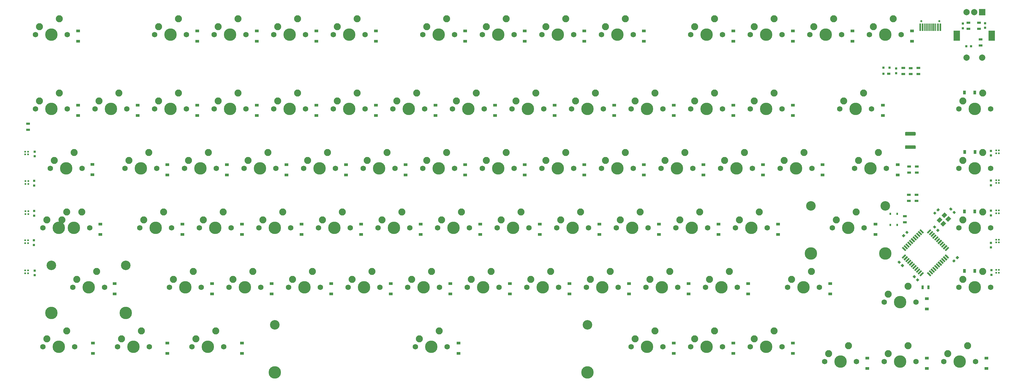
<source format=gbs>
G04 #@! TF.GenerationSoftware,KiCad,Pcbnew,(5.1.4)-1*
G04 #@! TF.CreationDate,2020-09-19T16:07:07+10:00*
G04 #@! TF.ProjectId,keyboard-10,6b657962-6f61-4726-942d-31302e6b6963,rev?*
G04 #@! TF.SameCoordinates,Original*
G04 #@! TF.FileFunction,Soldermask,Bot*
G04 #@! TF.FilePolarity,Negative*
%FSLAX46Y46*%
G04 Gerber Fmt 4.6, Leading zero omitted, Abs format (unit mm)*
G04 Created by KiCad (PCBNEW (5.1.4)-1) date 2020-09-19 16:07:07*
%MOMM*%
%LPD*%
G04 APERTURE LIST*
%ADD10R,0.500000X0.500000*%
%ADD11C,2.250000*%
%ADD12C,3.987800*%
%ADD13C,1.750000*%
%ADD14R,1.300000X0.700000*%
%ADD15R,0.750000X0.800000*%
%ADD16R,2.000000X2.000000*%
%ADD17C,2.000000*%
%ADD18R,2.000000X3.200000*%
%ADD19R,0.700000X1.300000*%
%ADD20R,0.800000X0.750000*%
%ADD21C,0.750000*%
%ADD22C,0.100000*%
%ADD23C,3.048000*%
%ADD24R,0.500000X0.700000*%
%ADD25C,0.650000*%
%ADD26R,0.300000X2.450000*%
%ADD27R,0.600000X2.450000*%
%ADD28C,1.200000*%
%ADD29R,0.700000X0.800000*%
%ADD30R,1.100000X0.800000*%
%ADD31C,0.550000*%
%ADD32C,1.125000*%
%ADD33R,1.200000X0.900000*%
%ADD34R,0.900000X1.200000*%
G04 APERTURE END LIST*
D10*
X439547000Y-176207000D03*
X439547000Y-177107000D03*
X438647000Y-177107000D03*
X438647000Y-176207000D03*
X439547000Y-166497000D03*
X439547000Y-167397000D03*
X438647000Y-167397000D03*
X438647000Y-166497000D03*
X439547000Y-157157000D03*
X439547000Y-158057000D03*
X438647000Y-158057000D03*
X438647000Y-157157000D03*
X438647000Y-147447000D03*
X438647000Y-148347000D03*
X439547000Y-148347000D03*
X439547000Y-147447000D03*
X439547000Y-137911000D03*
X439547000Y-138811000D03*
X438647000Y-138811000D03*
X438647000Y-137911000D03*
X129043000Y-176392000D03*
X129043000Y-177292000D03*
X128143000Y-177292000D03*
X128143000Y-176392000D03*
X129043000Y-166740000D03*
X129043000Y-167640000D03*
X128143000Y-167640000D03*
X128143000Y-166740000D03*
X129101000Y-157411000D03*
X129101000Y-158311000D03*
X128201000Y-158311000D03*
X128201000Y-157411000D03*
X129101000Y-147759000D03*
X129101000Y-148659000D03*
X128201000Y-148659000D03*
X128201000Y-147759000D03*
X129032000Y-138303000D03*
X129032000Y-139203000D03*
X128132000Y-139203000D03*
X128132000Y-138303000D03*
D11*
X146208750Y-157638750D03*
D12*
X143668750Y-162718750D03*
D11*
X139858750Y-160178750D03*
D13*
X138588750Y-162718750D03*
X148748750Y-162718750D03*
D11*
X141446250Y-157638750D03*
D12*
X138906250Y-162718750D03*
D11*
X135096250Y-160178750D03*
D13*
X133826250Y-162718750D03*
X143986250Y-162718750D03*
D14*
X429768000Y-97028000D03*
X429768000Y-98928000D03*
X433197000Y-97028000D03*
X433197000Y-98928000D03*
D15*
X427990000Y-97282000D03*
X427990000Y-98782000D03*
X435102000Y-97167000D03*
X435102000Y-98667000D03*
D16*
X434181250Y-93662500D03*
D17*
X431681250Y-93662500D03*
X429181250Y-93662500D03*
D18*
X437281250Y-101162500D03*
X426081250Y-101162500D03*
D17*
X434181250Y-108162500D03*
X429181250Y-108162500D03*
D14*
X433705000Y-104267000D03*
X433705000Y-102367000D03*
D19*
X415131250Y-181768750D03*
X417031250Y-181768750D03*
D14*
X408940000Y-111535500D03*
X408940000Y-113435500D03*
X129032000Y-131288500D03*
X129032000Y-129388500D03*
X413766000Y-111535500D03*
X413766000Y-113435500D03*
X411353000Y-111572000D03*
X411353000Y-113472000D03*
X413258000Y-145004500D03*
X413258000Y-143104500D03*
X410845000Y-145004500D03*
X410845000Y-143104500D03*
X413227184Y-154075500D03*
X413227184Y-152175500D03*
X410718000Y-154075500D03*
X410718000Y-152175500D03*
X409448000Y-160933500D03*
X409448000Y-159033500D03*
D11*
X139065000Y-95726250D03*
D12*
X136525000Y-100806250D03*
D11*
X132715000Y-98266250D03*
D13*
X131445000Y-100806250D03*
X141605000Y-100806250D03*
D20*
X429157000Y-104521000D03*
X430657000Y-104521000D03*
D21*
X426243750Y-172243750D03*
D22*
G36*
X426261428Y-171695742D02*
G01*
X426791758Y-172226072D01*
X426226072Y-172791758D01*
X425695742Y-172261428D01*
X426261428Y-171695742D01*
X426261428Y-171695742D01*
G37*
D21*
X425183090Y-173304410D03*
D22*
G36*
X425200768Y-172756402D02*
G01*
X425731098Y-173286732D01*
X425165412Y-173852418D01*
X424635082Y-173322088D01*
X425200768Y-172756402D01*
X425200768Y-172756402D01*
G37*
D21*
X418973000Y-162433000D03*
D22*
G36*
X418424992Y-162415322D02*
G01*
X418955322Y-161884992D01*
X419521008Y-162450678D01*
X418990678Y-162981008D01*
X418424992Y-162415322D01*
X418424992Y-162415322D01*
G37*
D21*
X420033660Y-163493660D03*
D22*
G36*
X419485652Y-163475982D02*
G01*
X420015982Y-162945652D01*
X420581668Y-163511338D01*
X420051338Y-164041668D01*
X419485652Y-163475982D01*
X419485652Y-163475982D01*
G37*
D21*
X413543750Y-179387500D03*
D22*
G36*
X414091758Y-179405178D02*
G01*
X413561428Y-179935508D01*
X412995742Y-179369822D01*
X413526072Y-178839492D01*
X414091758Y-179405178D01*
X414091758Y-179405178D01*
G37*
D21*
X412483090Y-178326840D03*
D22*
G36*
X413031098Y-178344518D02*
G01*
X412500768Y-178874848D01*
X411935082Y-178309162D01*
X412465412Y-177778832D01*
X413031098Y-178344518D01*
X413031098Y-178344518D01*
G37*
D21*
X407647670Y-173713670D03*
D22*
G36*
X407099662Y-173695992D02*
G01*
X407629992Y-173165662D01*
X408195678Y-173731348D01*
X407665348Y-174261678D01*
X407099662Y-173695992D01*
X407099662Y-173695992D01*
G37*
D21*
X408708330Y-174774330D03*
D22*
G36*
X408160322Y-174756652D02*
G01*
X408690652Y-174226322D01*
X409256338Y-174792008D01*
X408726008Y-175322338D01*
X408160322Y-174756652D01*
X408160322Y-174756652D01*
G37*
D15*
X437134000Y-176276000D03*
X437134000Y-177776000D03*
X437007000Y-167513000D03*
X437007000Y-169013000D03*
X437007000Y-157226000D03*
X437007000Y-158726000D03*
X437007000Y-147574000D03*
X437007000Y-149074000D03*
X437007000Y-138049000D03*
X437007000Y-139549000D03*
X131191000Y-176415000D03*
X131191000Y-177915000D03*
X130937000Y-166731250D03*
X130937000Y-168231250D03*
X130968750Y-157333250D03*
X130968750Y-158833250D03*
X131000500Y-147681250D03*
X131000500Y-149181250D03*
X131191000Y-138303000D03*
X131191000Y-139803000D03*
X406654000Y-111693500D03*
X406654000Y-113193500D03*
D21*
X410133243Y-164160757D03*
D22*
G36*
X410150921Y-163612749D02*
G01*
X410681251Y-164143079D01*
X410115565Y-164708765D01*
X409585235Y-164178435D01*
X410150921Y-163612749D01*
X410150921Y-163612749D01*
G37*
D21*
X409072583Y-165221417D03*
D22*
G36*
X409090261Y-164673409D02*
G01*
X409620591Y-165203739D01*
X409054905Y-165769425D01*
X408524575Y-165239095D01*
X409090261Y-164673409D01*
X409090261Y-164673409D01*
G37*
D21*
X419040732Y-157999950D03*
D22*
G36*
X419023054Y-158547958D02*
G01*
X418492724Y-158017628D01*
X419058410Y-157451942D01*
X419588740Y-157982272D01*
X419023054Y-158547958D01*
X419023054Y-158547958D01*
G37*
D21*
X420101392Y-156939290D03*
D22*
G36*
X420083714Y-157487298D02*
G01*
X419553384Y-156956968D01*
X420119070Y-156391282D01*
X420649400Y-156921612D01*
X420083714Y-157487298D01*
X420083714Y-157487298D01*
G37*
D21*
X425237217Y-157755235D03*
D22*
G36*
X425785225Y-157772913D02*
G01*
X425254895Y-158303243D01*
X424689209Y-157737557D01*
X425219539Y-157207227D01*
X425785225Y-157772913D01*
X425785225Y-157772913D01*
G37*
D21*
X424176557Y-156694575D03*
D22*
G36*
X424724565Y-156712253D02*
G01*
X424194235Y-157242583D01*
X423628549Y-156676897D01*
X424158879Y-156146567D01*
X424724565Y-156712253D01*
X424724565Y-156712253D01*
G37*
D11*
X410527500Y-181451250D03*
D12*
X407987500Y-186531250D03*
D11*
X404177500Y-183991250D03*
D13*
X402907500Y-186531250D03*
X413067500Y-186531250D03*
D11*
X379571250Y-176688750D03*
D12*
X377031250Y-181768750D03*
D11*
X373221250Y-179228750D03*
D13*
X371951250Y-181768750D03*
X382111250Y-181768750D03*
D11*
X358140000Y-138588750D03*
D12*
X355600000Y-143668750D03*
D11*
X351790000Y-141128750D03*
D13*
X350520000Y-143668750D03*
X360680000Y-143668750D03*
D11*
X377190000Y-138588750D03*
D12*
X374650000Y-143668750D03*
D11*
X370840000Y-141128750D03*
D13*
X369570000Y-143668750D03*
X379730000Y-143668750D03*
D11*
X172402500Y-157638750D03*
D12*
X169862500Y-162718750D03*
D11*
X166052500Y-160178750D03*
D13*
X164782500Y-162718750D03*
X174942500Y-162718750D03*
D11*
X272415000Y-119538750D03*
D12*
X269875000Y-124618750D03*
D11*
X266065000Y-122078750D03*
D13*
X264795000Y-124618750D03*
X274955000Y-124618750D03*
D11*
X429577500Y-200501250D03*
D12*
X427037500Y-205581250D03*
D11*
X423227500Y-203041250D03*
D13*
X421957500Y-205581250D03*
X432117500Y-205581250D03*
D11*
X410527500Y-200501250D03*
D12*
X407987500Y-205581250D03*
D11*
X404177500Y-203041250D03*
D13*
X402907500Y-205581250D03*
X413067500Y-205581250D03*
D11*
X391477500Y-200501250D03*
D12*
X388937500Y-205581250D03*
D11*
X385127500Y-203041250D03*
D13*
X383857500Y-205581250D03*
X394017500Y-205581250D03*
D11*
X367665000Y-195738750D03*
D12*
X365125000Y-200818750D03*
D11*
X361315000Y-198278750D03*
D13*
X360045000Y-200818750D03*
X370205000Y-200818750D03*
D11*
X348615000Y-195738750D03*
D12*
X346075000Y-200818750D03*
D11*
X342265000Y-198278750D03*
D13*
X340995000Y-200818750D03*
X351155000Y-200818750D03*
D11*
X329565000Y-195738750D03*
D12*
X327025000Y-200818750D03*
D11*
X323215000Y-198278750D03*
D13*
X321945000Y-200818750D03*
X332105000Y-200818750D03*
D11*
X260508750Y-195738750D03*
D12*
X257968750Y-200818750D03*
D11*
X254158750Y-198278750D03*
D13*
X252888750Y-200818750D03*
X263048750Y-200818750D03*
D23*
X207968850Y-193833750D03*
X307968650Y-193833750D03*
D12*
X207968850Y-209073750D03*
X307968650Y-209073750D03*
D11*
X189071250Y-195738750D03*
D12*
X186531250Y-200818750D03*
D11*
X182721250Y-198278750D03*
D13*
X181451250Y-200818750D03*
X191611250Y-200818750D03*
D11*
X165258750Y-195738750D03*
D12*
X162718750Y-200818750D03*
D11*
X158908750Y-198278750D03*
D13*
X157638750Y-200818750D03*
X167798750Y-200818750D03*
D11*
X141446250Y-195738750D03*
D12*
X138906250Y-200818750D03*
D11*
X135096250Y-198278750D03*
D13*
X133826250Y-200818750D03*
X143986250Y-200818750D03*
D11*
X434340000Y-176688750D03*
D12*
X431800000Y-181768750D03*
D11*
X427990000Y-179228750D03*
D13*
X426720000Y-181768750D03*
X436880000Y-181768750D03*
D11*
X353377500Y-176688750D03*
D12*
X350837500Y-181768750D03*
D11*
X347027500Y-179228750D03*
D13*
X345757500Y-181768750D03*
X355917500Y-181768750D03*
D11*
X334327500Y-176688750D03*
D12*
X331787500Y-181768750D03*
D11*
X327977500Y-179228750D03*
D13*
X326707500Y-181768750D03*
X336867500Y-181768750D03*
D11*
X315277500Y-176688750D03*
D12*
X312737500Y-181768750D03*
D11*
X308927500Y-179228750D03*
D13*
X307657500Y-181768750D03*
X317817500Y-181768750D03*
D11*
X296227500Y-176688750D03*
D12*
X293687500Y-181768750D03*
D11*
X289877500Y-179228750D03*
D13*
X288607500Y-181768750D03*
X298767500Y-181768750D03*
D11*
X277177500Y-176688750D03*
D12*
X274637500Y-181768750D03*
D11*
X270827500Y-179228750D03*
D13*
X269557500Y-181768750D03*
X279717500Y-181768750D03*
D11*
X258127500Y-176688750D03*
D12*
X255587500Y-181768750D03*
D11*
X251777500Y-179228750D03*
D13*
X250507500Y-181768750D03*
X260667500Y-181768750D03*
D11*
X239077500Y-176688750D03*
D12*
X236537500Y-181768750D03*
D11*
X232727500Y-179228750D03*
D13*
X231457500Y-181768750D03*
X241617500Y-181768750D03*
D11*
X220027500Y-176688750D03*
D12*
X217487500Y-181768750D03*
D11*
X213677500Y-179228750D03*
D13*
X212407500Y-181768750D03*
X222567500Y-181768750D03*
D11*
X200977500Y-176688750D03*
D12*
X198437500Y-181768750D03*
D11*
X194627500Y-179228750D03*
D13*
X193357500Y-181768750D03*
X203517500Y-181768750D03*
D11*
X181927500Y-176688750D03*
D12*
X179387500Y-181768750D03*
D11*
X175577500Y-179228750D03*
D13*
X174307500Y-181768750D03*
X184467500Y-181768750D03*
D11*
X150971250Y-176688750D03*
D12*
X148431250Y-181768750D03*
D11*
X144621250Y-179228750D03*
D13*
X143351250Y-181768750D03*
X153511250Y-181768750D03*
D23*
X136525000Y-174783750D03*
X160337500Y-174783750D03*
D12*
X136525000Y-190023750D03*
X160337500Y-190023750D03*
D11*
X434340000Y-157638750D03*
D12*
X431800000Y-162718750D03*
D11*
X427990000Y-160178750D03*
D13*
X426720000Y-162718750D03*
X436880000Y-162718750D03*
D11*
X393858750Y-157638750D03*
D12*
X391318750Y-162718750D03*
D11*
X387508750Y-160178750D03*
D13*
X386238750Y-162718750D03*
X396398750Y-162718750D03*
D23*
X379412500Y-155733750D03*
X403225000Y-155733750D03*
D12*
X379412500Y-170973750D03*
X403225000Y-170973750D03*
D11*
X362902500Y-157638750D03*
D12*
X360362500Y-162718750D03*
D11*
X356552500Y-160178750D03*
D13*
X355282500Y-162718750D03*
X365442500Y-162718750D03*
D11*
X343852500Y-157638750D03*
D12*
X341312500Y-162718750D03*
D11*
X337502500Y-160178750D03*
D13*
X336232500Y-162718750D03*
X346392500Y-162718750D03*
D11*
X324802500Y-157638750D03*
D12*
X322262500Y-162718750D03*
D11*
X318452500Y-160178750D03*
D13*
X317182500Y-162718750D03*
X327342500Y-162718750D03*
D11*
X305752500Y-157638750D03*
D12*
X303212500Y-162718750D03*
D11*
X299402500Y-160178750D03*
D13*
X298132500Y-162718750D03*
X308292500Y-162718750D03*
D11*
X286702500Y-157638750D03*
D12*
X284162500Y-162718750D03*
D11*
X280352500Y-160178750D03*
D13*
X279082500Y-162718750D03*
X289242500Y-162718750D03*
D11*
X267652500Y-157638750D03*
D12*
X265112500Y-162718750D03*
D11*
X261302500Y-160178750D03*
D13*
X260032500Y-162718750D03*
X270192500Y-162718750D03*
D11*
X248602500Y-157638750D03*
D12*
X246062500Y-162718750D03*
D11*
X242252500Y-160178750D03*
D13*
X240982500Y-162718750D03*
X251142500Y-162718750D03*
D11*
X229552500Y-157638750D03*
D12*
X227012500Y-162718750D03*
D11*
X223202500Y-160178750D03*
D13*
X221932500Y-162718750D03*
X232092500Y-162718750D03*
D11*
X210502500Y-157638750D03*
D12*
X207962500Y-162718750D03*
D11*
X204152500Y-160178750D03*
D13*
X202882500Y-162718750D03*
X213042500Y-162718750D03*
D11*
X191452500Y-157638750D03*
D12*
X188912500Y-162718750D03*
D11*
X185102500Y-160178750D03*
D13*
X183832500Y-162718750D03*
X193992500Y-162718750D03*
D11*
X434340000Y-138588750D03*
D12*
X431800000Y-143668750D03*
D11*
X427990000Y-141128750D03*
D13*
X426720000Y-143668750D03*
X436880000Y-143668750D03*
D11*
X401002500Y-138588750D03*
D12*
X398462500Y-143668750D03*
D11*
X394652500Y-141128750D03*
D13*
X393382500Y-143668750D03*
X403542500Y-143668750D03*
D11*
X339090000Y-138588750D03*
D12*
X336550000Y-143668750D03*
D11*
X332740000Y-141128750D03*
D13*
X331470000Y-143668750D03*
X341630000Y-143668750D03*
D11*
X320040000Y-138588750D03*
D12*
X317500000Y-143668750D03*
D11*
X313690000Y-141128750D03*
D13*
X312420000Y-143668750D03*
X322580000Y-143668750D03*
D11*
X300990000Y-138588750D03*
D12*
X298450000Y-143668750D03*
D11*
X294640000Y-141128750D03*
D13*
X293370000Y-143668750D03*
X303530000Y-143668750D03*
D11*
X281940000Y-138588750D03*
D12*
X279400000Y-143668750D03*
D11*
X275590000Y-141128750D03*
D13*
X274320000Y-143668750D03*
X284480000Y-143668750D03*
D11*
X262890000Y-138588750D03*
D12*
X260350000Y-143668750D03*
D11*
X256540000Y-141128750D03*
D13*
X255270000Y-143668750D03*
X265430000Y-143668750D03*
D11*
X243840000Y-138588750D03*
D12*
X241300000Y-143668750D03*
D11*
X237490000Y-141128750D03*
D13*
X236220000Y-143668750D03*
X246380000Y-143668750D03*
D11*
X224790000Y-138588750D03*
D12*
X222250000Y-143668750D03*
D11*
X218440000Y-141128750D03*
D13*
X217170000Y-143668750D03*
X227330000Y-143668750D03*
D11*
X205740000Y-138588750D03*
D12*
X203200000Y-143668750D03*
D11*
X199390000Y-141128750D03*
D13*
X198120000Y-143668750D03*
X208280000Y-143668750D03*
D11*
X186690000Y-138588750D03*
D12*
X184150000Y-143668750D03*
D11*
X180340000Y-141128750D03*
D13*
X179070000Y-143668750D03*
X189230000Y-143668750D03*
D11*
X167640000Y-138588750D03*
D12*
X165100000Y-143668750D03*
D11*
X161290000Y-141128750D03*
D13*
X160020000Y-143668750D03*
X170180000Y-143668750D03*
D11*
X143827500Y-138588750D03*
D12*
X141287500Y-143668750D03*
D11*
X137477500Y-141128750D03*
D13*
X136207500Y-143668750D03*
X146367500Y-143668750D03*
D11*
X434340000Y-119538750D03*
D12*
X431800000Y-124618750D03*
D11*
X427990000Y-122078750D03*
D13*
X426720000Y-124618750D03*
X436880000Y-124618750D03*
D11*
X396240000Y-119538750D03*
D12*
X393700000Y-124618750D03*
D11*
X389890000Y-122078750D03*
D13*
X388620000Y-124618750D03*
X398780000Y-124618750D03*
D11*
X367665000Y-119538750D03*
D12*
X365125000Y-124618750D03*
D11*
X361315000Y-122078750D03*
D13*
X360045000Y-124618750D03*
X370205000Y-124618750D03*
D11*
X348615000Y-119538750D03*
D12*
X346075000Y-124618750D03*
D11*
X342265000Y-122078750D03*
D13*
X340995000Y-124618750D03*
X351155000Y-124618750D03*
D11*
X329565000Y-119538750D03*
D12*
X327025000Y-124618750D03*
D11*
X323215000Y-122078750D03*
D13*
X321945000Y-124618750D03*
X332105000Y-124618750D03*
D11*
X310515000Y-119538750D03*
D12*
X307975000Y-124618750D03*
D11*
X304165000Y-122078750D03*
D13*
X302895000Y-124618750D03*
X313055000Y-124618750D03*
D11*
X291465000Y-119538750D03*
D12*
X288925000Y-124618750D03*
D11*
X285115000Y-122078750D03*
D13*
X283845000Y-124618750D03*
X294005000Y-124618750D03*
D11*
X253365000Y-119538750D03*
D12*
X250825000Y-124618750D03*
D11*
X247015000Y-122078750D03*
D13*
X245745000Y-124618750D03*
X255905000Y-124618750D03*
D11*
X234315000Y-119538750D03*
D12*
X231775000Y-124618750D03*
D11*
X227965000Y-122078750D03*
D13*
X226695000Y-124618750D03*
X236855000Y-124618750D03*
D11*
X215265000Y-119538750D03*
D12*
X212725000Y-124618750D03*
D11*
X208915000Y-122078750D03*
D13*
X207645000Y-124618750D03*
X217805000Y-124618750D03*
D11*
X196215000Y-119538750D03*
D12*
X193675000Y-124618750D03*
D11*
X189865000Y-122078750D03*
D13*
X188595000Y-124618750D03*
X198755000Y-124618750D03*
D11*
X177165000Y-119538750D03*
D12*
X174625000Y-124618750D03*
D11*
X170815000Y-122078750D03*
D13*
X169545000Y-124618750D03*
X179705000Y-124618750D03*
D11*
X158115000Y-119538750D03*
D12*
X155575000Y-124618750D03*
D11*
X151765000Y-122078750D03*
D13*
X150495000Y-124618750D03*
X160655000Y-124618750D03*
D11*
X139065000Y-119538750D03*
D12*
X136525000Y-124618750D03*
D11*
X132715000Y-122078750D03*
D13*
X131445000Y-124618750D03*
X141605000Y-124618750D03*
D11*
X405765000Y-95726250D03*
D12*
X403225000Y-100806250D03*
D11*
X399415000Y-98266250D03*
D13*
X398145000Y-100806250D03*
X408305000Y-100806250D03*
D11*
X386715000Y-95726250D03*
D12*
X384175000Y-100806250D03*
D11*
X380365000Y-98266250D03*
D13*
X379095000Y-100806250D03*
X389255000Y-100806250D03*
D11*
X367665000Y-95726250D03*
D12*
X365125000Y-100806250D03*
D11*
X361315000Y-98266250D03*
D13*
X360045000Y-100806250D03*
X370205000Y-100806250D03*
D11*
X348615000Y-95726250D03*
D12*
X346075000Y-100806250D03*
D11*
X342265000Y-98266250D03*
D13*
X340995000Y-100806250D03*
X351155000Y-100806250D03*
D11*
X320040000Y-95726250D03*
D12*
X317500000Y-100806250D03*
D11*
X313690000Y-98266250D03*
D13*
X312420000Y-100806250D03*
X322580000Y-100806250D03*
D11*
X300990000Y-95726250D03*
D12*
X298450000Y-100806250D03*
D11*
X294640000Y-98266250D03*
D13*
X293370000Y-100806250D03*
X303530000Y-100806250D03*
D11*
X281940000Y-95726250D03*
D12*
X279400000Y-100806250D03*
D11*
X275590000Y-98266250D03*
D13*
X274320000Y-100806250D03*
X284480000Y-100806250D03*
D11*
X262890000Y-95726250D03*
D12*
X260350000Y-100806250D03*
D11*
X256540000Y-98266250D03*
D13*
X255270000Y-100806250D03*
X265430000Y-100806250D03*
D11*
X234315000Y-95726250D03*
D12*
X231775000Y-100806250D03*
D11*
X227965000Y-98266250D03*
D13*
X226695000Y-100806250D03*
X236855000Y-100806250D03*
D11*
X215265000Y-95726250D03*
D12*
X212725000Y-100806250D03*
D11*
X208915000Y-98266250D03*
D13*
X207645000Y-100806250D03*
X217805000Y-100806250D03*
D11*
X196215000Y-95726250D03*
D12*
X193675000Y-100806250D03*
D11*
X189865000Y-98266250D03*
D13*
X188595000Y-100806250D03*
X198755000Y-100806250D03*
D11*
X177165000Y-95726250D03*
D12*
X174625000Y-100806250D03*
D11*
X170815000Y-98266250D03*
D13*
X169545000Y-100806250D03*
X179705000Y-100806250D03*
D24*
X406992000Y-161820000D03*
X406992000Y-158220000D03*
X404792000Y-161820000D03*
X404792000Y-158220000D03*
D25*
X414686000Y-96547000D03*
X420466000Y-96547000D03*
D26*
X417326000Y-98492000D03*
X417826000Y-98492000D03*
X418326000Y-98492000D03*
X416826000Y-98492000D03*
X418826000Y-98492000D03*
X416326000Y-98492000D03*
X419326000Y-98492000D03*
X415826000Y-98492000D03*
D27*
X415126000Y-98492000D03*
X420026000Y-98492000D03*
X414351000Y-98492000D03*
X420801000Y-98492000D03*
D28*
X423334488Y-159832008D03*
D22*
G36*
X423405199Y-158912769D02*
G01*
X424253727Y-159761297D01*
X423263777Y-160751247D01*
X422415249Y-159902719D01*
X423405199Y-158912769D01*
X423405199Y-158912769D01*
G37*
D28*
X421778853Y-161387643D03*
D22*
G36*
X421849564Y-160468404D02*
G01*
X422698092Y-161316932D01*
X421708142Y-162306882D01*
X420859614Y-161458354D01*
X421849564Y-160468404D01*
X421849564Y-160468404D01*
G37*
D28*
X420576772Y-160185562D03*
D22*
G36*
X420647483Y-159266323D02*
G01*
X421496011Y-160114851D01*
X420506061Y-161104801D01*
X419657533Y-160256273D01*
X420647483Y-159266323D01*
X420647483Y-159266323D01*
G37*
D28*
X422132407Y-158629927D03*
D22*
G36*
X422203118Y-157710688D02*
G01*
X423051646Y-158559216D01*
X422061696Y-159549166D01*
X421213168Y-158700638D01*
X422203118Y-157710688D01*
X422203118Y-157710688D01*
G37*
D29*
X404544000Y-111379000D03*
X402644000Y-111379000D03*
X402644000Y-113379000D03*
D30*
X404344000Y-113379000D03*
D31*
X409193064Y-171890082D03*
D22*
G36*
X409528940Y-171165298D02*
G01*
X409917848Y-171554206D01*
X408857188Y-172614866D01*
X408468280Y-172225958D01*
X409528940Y-171165298D01*
X409528940Y-171165298D01*
G37*
D31*
X409758750Y-172455767D03*
D22*
G36*
X410094626Y-171730983D02*
G01*
X410483534Y-172119891D01*
X409422874Y-173180551D01*
X409033966Y-172791643D01*
X410094626Y-171730983D01*
X410094626Y-171730983D01*
G37*
D31*
X410324435Y-173021452D03*
D22*
G36*
X410660311Y-172296668D02*
G01*
X411049219Y-172685576D01*
X409988559Y-173746236D01*
X409599651Y-173357328D01*
X410660311Y-172296668D01*
X410660311Y-172296668D01*
G37*
D31*
X410890120Y-173587138D03*
D22*
G36*
X411225996Y-172862354D02*
G01*
X411614904Y-173251262D01*
X410554244Y-174311922D01*
X410165336Y-173923014D01*
X411225996Y-172862354D01*
X411225996Y-172862354D01*
G37*
D31*
X411455806Y-174152823D03*
D22*
G36*
X411791682Y-173428039D02*
G01*
X412180590Y-173816947D01*
X411119930Y-174877607D01*
X410731022Y-174488699D01*
X411791682Y-173428039D01*
X411791682Y-173428039D01*
G37*
D31*
X412021491Y-174718509D03*
D22*
G36*
X412357367Y-173993725D02*
G01*
X412746275Y-174382633D01*
X411685615Y-175443293D01*
X411296707Y-175054385D01*
X412357367Y-173993725D01*
X412357367Y-173993725D01*
G37*
D31*
X412587177Y-175284194D03*
D22*
G36*
X412923053Y-174559410D02*
G01*
X413311961Y-174948318D01*
X412251301Y-176008978D01*
X411862393Y-175620070D01*
X412923053Y-174559410D01*
X412923053Y-174559410D01*
G37*
D31*
X413152862Y-175849880D03*
D22*
G36*
X413488738Y-175125096D02*
G01*
X413877646Y-175514004D01*
X412816986Y-176574664D01*
X412428078Y-176185756D01*
X413488738Y-175125096D01*
X413488738Y-175125096D01*
G37*
D31*
X413718548Y-176415565D03*
D22*
G36*
X414054424Y-175690781D02*
G01*
X414443332Y-176079689D01*
X413382672Y-177140349D01*
X412993764Y-176751441D01*
X414054424Y-175690781D01*
X414054424Y-175690781D01*
G37*
D31*
X414284233Y-176981250D03*
D22*
G36*
X414620109Y-176256466D02*
G01*
X415009017Y-176645374D01*
X413948357Y-177706034D01*
X413559449Y-177317126D01*
X414620109Y-176256466D01*
X414620109Y-176256466D01*
G37*
D31*
X414849918Y-177546936D03*
D22*
G36*
X415185794Y-176822152D02*
G01*
X415574702Y-177211060D01*
X414514042Y-178271720D01*
X414125134Y-177882812D01*
X415185794Y-176822152D01*
X415185794Y-176822152D01*
G37*
D31*
X417254082Y-177546936D03*
D22*
G36*
X416529298Y-177211060D02*
G01*
X416918206Y-176822152D01*
X417978866Y-177882812D01*
X417589958Y-178271720D01*
X416529298Y-177211060D01*
X416529298Y-177211060D01*
G37*
D31*
X417819767Y-176981250D03*
D22*
G36*
X417094983Y-176645374D02*
G01*
X417483891Y-176256466D01*
X418544551Y-177317126D01*
X418155643Y-177706034D01*
X417094983Y-176645374D01*
X417094983Y-176645374D01*
G37*
D31*
X418385452Y-176415565D03*
D22*
G36*
X417660668Y-176079689D02*
G01*
X418049576Y-175690781D01*
X419110236Y-176751441D01*
X418721328Y-177140349D01*
X417660668Y-176079689D01*
X417660668Y-176079689D01*
G37*
D31*
X418951138Y-175849880D03*
D22*
G36*
X418226354Y-175514004D02*
G01*
X418615262Y-175125096D01*
X419675922Y-176185756D01*
X419287014Y-176574664D01*
X418226354Y-175514004D01*
X418226354Y-175514004D01*
G37*
D31*
X419516823Y-175284194D03*
D22*
G36*
X418792039Y-174948318D02*
G01*
X419180947Y-174559410D01*
X420241607Y-175620070D01*
X419852699Y-176008978D01*
X418792039Y-174948318D01*
X418792039Y-174948318D01*
G37*
D31*
X420082509Y-174718509D03*
D22*
G36*
X419357725Y-174382633D02*
G01*
X419746633Y-173993725D01*
X420807293Y-175054385D01*
X420418385Y-175443293D01*
X419357725Y-174382633D01*
X419357725Y-174382633D01*
G37*
D31*
X420648194Y-174152823D03*
D22*
G36*
X419923410Y-173816947D02*
G01*
X420312318Y-173428039D01*
X421372978Y-174488699D01*
X420984070Y-174877607D01*
X419923410Y-173816947D01*
X419923410Y-173816947D01*
G37*
D31*
X421213880Y-173587138D03*
D22*
G36*
X420489096Y-173251262D02*
G01*
X420878004Y-172862354D01*
X421938664Y-173923014D01*
X421549756Y-174311922D01*
X420489096Y-173251262D01*
X420489096Y-173251262D01*
G37*
D31*
X421779565Y-173021452D03*
D22*
G36*
X421054781Y-172685576D02*
G01*
X421443689Y-172296668D01*
X422504349Y-173357328D01*
X422115441Y-173746236D01*
X421054781Y-172685576D01*
X421054781Y-172685576D01*
G37*
D31*
X422345250Y-172455767D03*
D22*
G36*
X421620466Y-172119891D02*
G01*
X422009374Y-171730983D01*
X423070034Y-172791643D01*
X422681126Y-173180551D01*
X421620466Y-172119891D01*
X421620466Y-172119891D01*
G37*
D31*
X422910936Y-171890082D03*
D22*
G36*
X422186152Y-171554206D02*
G01*
X422575060Y-171165298D01*
X423635720Y-172225958D01*
X423246812Y-172614866D01*
X422186152Y-171554206D01*
X422186152Y-171554206D01*
G37*
D31*
X422910936Y-169485918D03*
D22*
G36*
X423246812Y-168761134D02*
G01*
X423635720Y-169150042D01*
X422575060Y-170210702D01*
X422186152Y-169821794D01*
X423246812Y-168761134D01*
X423246812Y-168761134D01*
G37*
D31*
X422345250Y-168920233D03*
D22*
G36*
X422681126Y-168195449D02*
G01*
X423070034Y-168584357D01*
X422009374Y-169645017D01*
X421620466Y-169256109D01*
X422681126Y-168195449D01*
X422681126Y-168195449D01*
G37*
D31*
X421779565Y-168354548D03*
D22*
G36*
X422115441Y-167629764D02*
G01*
X422504349Y-168018672D01*
X421443689Y-169079332D01*
X421054781Y-168690424D01*
X422115441Y-167629764D01*
X422115441Y-167629764D01*
G37*
D31*
X421213880Y-167788862D03*
D22*
G36*
X421549756Y-167064078D02*
G01*
X421938664Y-167452986D01*
X420878004Y-168513646D01*
X420489096Y-168124738D01*
X421549756Y-167064078D01*
X421549756Y-167064078D01*
G37*
D31*
X420648194Y-167223177D03*
D22*
G36*
X420984070Y-166498393D02*
G01*
X421372978Y-166887301D01*
X420312318Y-167947961D01*
X419923410Y-167559053D01*
X420984070Y-166498393D01*
X420984070Y-166498393D01*
G37*
D31*
X420082509Y-166657491D03*
D22*
G36*
X420418385Y-165932707D02*
G01*
X420807293Y-166321615D01*
X419746633Y-167382275D01*
X419357725Y-166993367D01*
X420418385Y-165932707D01*
X420418385Y-165932707D01*
G37*
D31*
X419516823Y-166091806D03*
D22*
G36*
X419852699Y-165367022D02*
G01*
X420241607Y-165755930D01*
X419180947Y-166816590D01*
X418792039Y-166427682D01*
X419852699Y-165367022D01*
X419852699Y-165367022D01*
G37*
D31*
X418951138Y-165526120D03*
D22*
G36*
X419287014Y-164801336D02*
G01*
X419675922Y-165190244D01*
X418615262Y-166250904D01*
X418226354Y-165861996D01*
X419287014Y-164801336D01*
X419287014Y-164801336D01*
G37*
D31*
X418385452Y-164960435D03*
D22*
G36*
X418721328Y-164235651D02*
G01*
X419110236Y-164624559D01*
X418049576Y-165685219D01*
X417660668Y-165296311D01*
X418721328Y-164235651D01*
X418721328Y-164235651D01*
G37*
D31*
X417819767Y-164394750D03*
D22*
G36*
X418155643Y-163669966D02*
G01*
X418544551Y-164058874D01*
X417483891Y-165119534D01*
X417094983Y-164730626D01*
X418155643Y-163669966D01*
X418155643Y-163669966D01*
G37*
D31*
X417254082Y-163829064D03*
D22*
G36*
X417589958Y-163104280D02*
G01*
X417978866Y-163493188D01*
X416918206Y-164553848D01*
X416529298Y-164164940D01*
X417589958Y-163104280D01*
X417589958Y-163104280D01*
G37*
D31*
X414849918Y-163829064D03*
D22*
G36*
X414125134Y-163493188D02*
G01*
X414514042Y-163104280D01*
X415574702Y-164164940D01*
X415185794Y-164553848D01*
X414125134Y-163493188D01*
X414125134Y-163493188D01*
G37*
D31*
X414284233Y-164394750D03*
D22*
G36*
X413559449Y-164058874D02*
G01*
X413948357Y-163669966D01*
X415009017Y-164730626D01*
X414620109Y-165119534D01*
X413559449Y-164058874D01*
X413559449Y-164058874D01*
G37*
D31*
X413718548Y-164960435D03*
D22*
G36*
X412993764Y-164624559D02*
G01*
X413382672Y-164235651D01*
X414443332Y-165296311D01*
X414054424Y-165685219D01*
X412993764Y-164624559D01*
X412993764Y-164624559D01*
G37*
D31*
X413152862Y-165526120D03*
D22*
G36*
X412428078Y-165190244D02*
G01*
X412816986Y-164801336D01*
X413877646Y-165861996D01*
X413488738Y-166250904D01*
X412428078Y-165190244D01*
X412428078Y-165190244D01*
G37*
D31*
X412587177Y-166091806D03*
D22*
G36*
X411862393Y-165755930D02*
G01*
X412251301Y-165367022D01*
X413311961Y-166427682D01*
X412923053Y-166816590D01*
X411862393Y-165755930D01*
X411862393Y-165755930D01*
G37*
D31*
X412021491Y-166657491D03*
D22*
G36*
X411296707Y-166321615D02*
G01*
X411685615Y-165932707D01*
X412746275Y-166993367D01*
X412357367Y-167382275D01*
X411296707Y-166321615D01*
X411296707Y-166321615D01*
G37*
D31*
X411455806Y-167223177D03*
D22*
G36*
X410731022Y-166887301D02*
G01*
X411119930Y-166498393D01*
X412180590Y-167559053D01*
X411791682Y-167947961D01*
X410731022Y-166887301D01*
X410731022Y-166887301D01*
G37*
D31*
X410890120Y-167788862D03*
D22*
G36*
X410165336Y-167452986D02*
G01*
X410554244Y-167064078D01*
X411614904Y-168124738D01*
X411225996Y-168513646D01*
X410165336Y-167452986D01*
X410165336Y-167452986D01*
G37*
D31*
X410324435Y-168354548D03*
D22*
G36*
X409599651Y-168018672D02*
G01*
X409988559Y-167629764D01*
X411049219Y-168690424D01*
X410660311Y-169079332D01*
X409599651Y-168018672D01*
X409599651Y-168018672D01*
G37*
D31*
X409758750Y-168920233D03*
D22*
G36*
X409033966Y-168584357D02*
G01*
X409422874Y-168195449D01*
X410483534Y-169256109D01*
X410094626Y-169645017D01*
X409033966Y-168584357D01*
X409033966Y-168584357D01*
G37*
D31*
X409193064Y-169485918D03*
D22*
G36*
X408468280Y-169150042D02*
G01*
X408857188Y-168761134D01*
X409917848Y-169821794D01*
X409528940Y-170210702D01*
X408468280Y-169150042D01*
X408468280Y-169150042D01*
G37*
G36*
X412700505Y-136301704D02*
G01*
X412724773Y-136305304D01*
X412748572Y-136311265D01*
X412771671Y-136319530D01*
X412793850Y-136330020D01*
X412814893Y-136342632D01*
X412834599Y-136357247D01*
X412852777Y-136373723D01*
X412869253Y-136391901D01*
X412883868Y-136411607D01*
X412896480Y-136432650D01*
X412906970Y-136454829D01*
X412915235Y-136477928D01*
X412921196Y-136501727D01*
X412924796Y-136525995D01*
X412926000Y-136550499D01*
X412926000Y-137175501D01*
X412924796Y-137200005D01*
X412921196Y-137224273D01*
X412915235Y-137248072D01*
X412906970Y-137271171D01*
X412896480Y-137293350D01*
X412883868Y-137314393D01*
X412869253Y-137334099D01*
X412852777Y-137352277D01*
X412834599Y-137368753D01*
X412814893Y-137383368D01*
X412793850Y-137395980D01*
X412771671Y-137406470D01*
X412748572Y-137414735D01*
X412724773Y-137420696D01*
X412700505Y-137424296D01*
X412676001Y-137425500D01*
X409775999Y-137425500D01*
X409751495Y-137424296D01*
X409727227Y-137420696D01*
X409703428Y-137414735D01*
X409680329Y-137406470D01*
X409658150Y-137395980D01*
X409637107Y-137383368D01*
X409617401Y-137368753D01*
X409599223Y-137352277D01*
X409582747Y-137334099D01*
X409568132Y-137314393D01*
X409555520Y-137293350D01*
X409545030Y-137271171D01*
X409536765Y-137248072D01*
X409530804Y-137224273D01*
X409527204Y-137200005D01*
X409526000Y-137175501D01*
X409526000Y-136550499D01*
X409527204Y-136525995D01*
X409530804Y-136501727D01*
X409536765Y-136477928D01*
X409545030Y-136454829D01*
X409555520Y-136432650D01*
X409568132Y-136411607D01*
X409582747Y-136391901D01*
X409599223Y-136373723D01*
X409617401Y-136357247D01*
X409637107Y-136342632D01*
X409658150Y-136330020D01*
X409680329Y-136319530D01*
X409703428Y-136311265D01*
X409727227Y-136305304D01*
X409751495Y-136301704D01*
X409775999Y-136300500D01*
X412676001Y-136300500D01*
X412700505Y-136301704D01*
X412700505Y-136301704D01*
G37*
D32*
X411226000Y-136863000D03*
D22*
G36*
X412700505Y-132026704D02*
G01*
X412724773Y-132030304D01*
X412748572Y-132036265D01*
X412771671Y-132044530D01*
X412793850Y-132055020D01*
X412814893Y-132067632D01*
X412834599Y-132082247D01*
X412852777Y-132098723D01*
X412869253Y-132116901D01*
X412883868Y-132136607D01*
X412896480Y-132157650D01*
X412906970Y-132179829D01*
X412915235Y-132202928D01*
X412921196Y-132226727D01*
X412924796Y-132250995D01*
X412926000Y-132275499D01*
X412926000Y-132900501D01*
X412924796Y-132925005D01*
X412921196Y-132949273D01*
X412915235Y-132973072D01*
X412906970Y-132996171D01*
X412896480Y-133018350D01*
X412883868Y-133039393D01*
X412869253Y-133059099D01*
X412852777Y-133077277D01*
X412834599Y-133093753D01*
X412814893Y-133108368D01*
X412793850Y-133120980D01*
X412771671Y-133131470D01*
X412748572Y-133139735D01*
X412724773Y-133145696D01*
X412700505Y-133149296D01*
X412676001Y-133150500D01*
X409775999Y-133150500D01*
X409751495Y-133149296D01*
X409727227Y-133145696D01*
X409703428Y-133139735D01*
X409680329Y-133131470D01*
X409658150Y-133120980D01*
X409637107Y-133108368D01*
X409617401Y-133093753D01*
X409599223Y-133077277D01*
X409582747Y-133059099D01*
X409568132Y-133039393D01*
X409555520Y-133018350D01*
X409545030Y-132996171D01*
X409536765Y-132973072D01*
X409530804Y-132949273D01*
X409527204Y-132925005D01*
X409526000Y-132900501D01*
X409526000Y-132275499D01*
X409527204Y-132250995D01*
X409530804Y-132226727D01*
X409536765Y-132202928D01*
X409545030Y-132179829D01*
X409555520Y-132157650D01*
X409568132Y-132136607D01*
X409582747Y-132116901D01*
X409599223Y-132098723D01*
X409617401Y-132082247D01*
X409637107Y-132067632D01*
X409658150Y-132055020D01*
X409680329Y-132044530D01*
X409703428Y-132036265D01*
X409727227Y-132030304D01*
X409751495Y-132026704D01*
X409775999Y-132025500D01*
X412676001Y-132025500D01*
X412700505Y-132026704D01*
X412700505Y-132026704D01*
G37*
D32*
X411226000Y-132588000D03*
D33*
X145050000Y-99656250D03*
X145050000Y-102956250D03*
X183150000Y-99656250D03*
X183150000Y-102956250D03*
X202200000Y-99656250D03*
X202200000Y-102956250D03*
X221250000Y-99656250D03*
X221250000Y-102956250D03*
X240300000Y-99656250D03*
X240300000Y-102956250D03*
X268875000Y-99656250D03*
X268875000Y-102956250D03*
X287925000Y-99656250D03*
X287925000Y-102956250D03*
X306975000Y-99656250D03*
X306975000Y-102956250D03*
X326025000Y-99656250D03*
X326025000Y-102956250D03*
X354600000Y-99656250D03*
X354600000Y-102956250D03*
X373650000Y-99656250D03*
X373650000Y-102956250D03*
X392700000Y-99656250D03*
X392700000Y-102956250D03*
X411750000Y-99656250D03*
X411750000Y-102956250D03*
X145050000Y-123468750D03*
X145050000Y-126768750D03*
X164100000Y-123468750D03*
X164100000Y-126768750D03*
X183150000Y-123468750D03*
X183150000Y-126768750D03*
X202200000Y-123468750D03*
X202200000Y-126768750D03*
X221250000Y-123468750D03*
X221250000Y-126768750D03*
X240300000Y-123468750D03*
X240300000Y-126768750D03*
X259350000Y-123468750D03*
X259350000Y-126768750D03*
X278400000Y-123468750D03*
X278400000Y-126768750D03*
X297450000Y-123468750D03*
X297450000Y-126768750D03*
X316500000Y-123468750D03*
X316500000Y-126768750D03*
X335550000Y-123468750D03*
X335550000Y-126768750D03*
X354600000Y-123468750D03*
X354600000Y-126768750D03*
X373650000Y-123468750D03*
X373650000Y-126768750D03*
X402431250Y-123468750D03*
X402431250Y-126768750D03*
D34*
X431800000Y-119380000D03*
X428500000Y-119380000D03*
D33*
X149606000Y-142368000D03*
X149606000Y-145668000D03*
X173625000Y-142518750D03*
X173625000Y-145818750D03*
X192675000Y-142518750D03*
X192675000Y-145818750D03*
X211725000Y-142518750D03*
X211725000Y-145818750D03*
X230775000Y-142518750D03*
X230775000Y-145818750D03*
X249825000Y-142518750D03*
X249825000Y-145818750D03*
X268875000Y-142518750D03*
X268875000Y-145818750D03*
X287925000Y-142518750D03*
X287925000Y-145818750D03*
X306975000Y-142518750D03*
X306975000Y-145818750D03*
X326025000Y-142518750D03*
X326025000Y-145818750D03*
X345075000Y-142518750D03*
X345075000Y-145818750D03*
X364125000Y-142518750D03*
X364125000Y-145818750D03*
X383175000Y-142518750D03*
X383175000Y-145818750D03*
X407193750Y-142518750D03*
X407193750Y-145818750D03*
D34*
X431926000Y-138430000D03*
X428626000Y-138430000D03*
D33*
X152146000Y-161568750D03*
X152146000Y-164868750D03*
X178387500Y-161568750D03*
X178387500Y-164868750D03*
X197437500Y-161568750D03*
X197437500Y-164868750D03*
X216487500Y-161568750D03*
X216487500Y-164868750D03*
X235537500Y-161568750D03*
X235537500Y-164868750D03*
X254587500Y-161568750D03*
X254587500Y-164868750D03*
X273637500Y-161568750D03*
X273637500Y-164868750D03*
X292687500Y-161568750D03*
X292687500Y-164868750D03*
X311737500Y-161568750D03*
X311737500Y-164868750D03*
X330787500Y-161568750D03*
X330787500Y-164868750D03*
X349837500Y-161568750D03*
X349837500Y-164868750D03*
X368887500Y-161568750D03*
X368887500Y-164868750D03*
X400050000Y-161568750D03*
X400050000Y-164868750D03*
D34*
X431798000Y-157480000D03*
X428498000Y-157480000D03*
D33*
X156718000Y-180594000D03*
X156718000Y-183894000D03*
X187912500Y-180618750D03*
X187912500Y-183918750D03*
X206962500Y-180618750D03*
X206962500Y-183918750D03*
X226012500Y-180618750D03*
X226012500Y-183918750D03*
X245062500Y-180618750D03*
X245062500Y-183918750D03*
X264112500Y-180618750D03*
X264112500Y-183918750D03*
X283162500Y-180618750D03*
X283162500Y-183918750D03*
X302212500Y-180618750D03*
X302212500Y-183918750D03*
X321262500Y-180618750D03*
X321262500Y-183918750D03*
X340312500Y-180618750D03*
X340312500Y-183918750D03*
X359362500Y-180618750D03*
X359362500Y-183918750D03*
X385572000Y-180618750D03*
X385572000Y-183918750D03*
X416512500Y-185381250D03*
X416512500Y-188681250D03*
D34*
X431800000Y-176530000D03*
X428500000Y-176530000D03*
D33*
X149812500Y-199668750D03*
X149812500Y-202968750D03*
X173625000Y-199668750D03*
X173625000Y-202968750D03*
X197437500Y-199668750D03*
X197437500Y-202968750D03*
X266700000Y-199668750D03*
X266700000Y-202968750D03*
X335550000Y-199668750D03*
X335550000Y-202968750D03*
X354600000Y-199668750D03*
X354600000Y-202968750D03*
X373650000Y-199668750D03*
X373650000Y-202968750D03*
X397462500Y-204431250D03*
X397462500Y-207731250D03*
X416512500Y-204431250D03*
X416512500Y-207731250D03*
X435562500Y-204431250D03*
X435562500Y-207731250D03*
M02*

</source>
